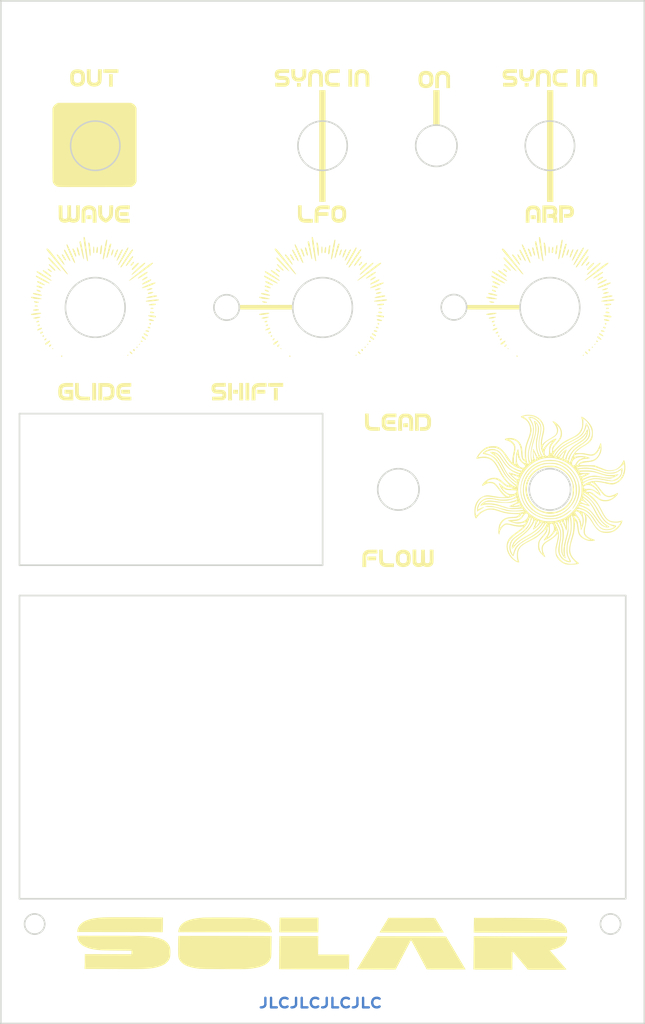
<source format=kicad_pcb>
(kicad_pcb (version 20211014) (generator pcbnew)
  (layers (0 "F.Cu" signal) (31 "B.Cu" signal) (34 "B.Paste" user) (35 "F.Paste" user) (36 "B.SilkS" user "B.Silkscreen") (37 "F.SilkS" user "F.Silkscreen") (38 "B.Mask" user) (39 "F.Mask" user) (44 "Edge.Cuts" user))
  (net 0 "")
  (footprint "Front Panel Design:Nebluophone 1" (layer "F.Cu") (at 152.93 89.96)
    (fp_text reference "G***" hide)
    (fp_text value "LOGO" hide)
  )
  (gr_line (start 111.805 24.799343) (end 192.705 24.799343) (layer "Edge.Cuts") (width 0.2))
  (gr_circle (center 123.68 63.33) (end 127.43 63.33) (layer "Edge.Cuts") (width 0.2) (fill none))
  (gr_line (start 114.155 76.665) (end 152.255 76.665) (layer "Edge.Cuts") (width 0.2))
  (gr_line (start 192.705 153.299343) (end 111.805 153.299343) (layer "Edge.Cuts") (width 0.2))
  (gr_circle (center 168.765 63.3046) (end 170.365 63.3046) (layer "Edge.Cuts") (width 0.2) (fill none))
  (gr_line (start 111.805 153.299343) (end 111.805 24.799343) (layer "Edge.Cuts") (width 0.2))
  (gr_circle (center 161.78 86.19) (end 164.38 86.19) (layer "Edge.Cuts") (width 0.2) (fill none))
  (gr_circle (center 180.83 43.01) (end 183.93 43.01) (layer "Edge.Cuts") (width 0.2) (fill none))
  (gr_line (start 152.255 76.665) (end 152.255 95.715) (layer "Edge.Cuts") (width 0.2))
  (gr_circle (center 180.83 86.19) (end 183.43 86.19) (layer "Edge.Cuts") (width 0.2) (fill none))
  (gr_circle (center 123.68 43.01) (end 126.78 43.01) (layer "Edge.Cuts") (width 0.2) (fill none))
  (gr_circle (center 188.45 140.8) (end 189.72 140.8) (layer "Edge.Cuts") (width 0.2) (fill none))
  (gr_line (start 192.705 24.799343) (end 192.705 153.299343) (layer "Edge.Cuts") (width 0.2))
  (gr_line (start 114.155 95.715) (end 114.155 76.665) (layer "Edge.Cuts") (width 0.2))
  (gr_line (start 114.155 99.525) (end 190.355 99.525) (layer "Edge.Cuts") (width 0.2))
  (gr_line (start 152.255 95.715) (end 114.155 95.715) (layer "Edge.Cuts") (width 0.2))
  (gr_line (start 190.355 137.625) (end 114.155 137.625) (layer "Edge.Cuts") (width 0.2))
  (gr_circle (center 116.06 140.8) (end 117.33 140.8) (layer "Edge.Cuts") (width 0.2) (fill none))
  (gr_circle (center 152.255 43.01) (end 155.355 43.01) (layer "Edge.Cuts") (width 0.2) (fill none))
  (gr_circle (center 152.255 63.33) (end 156.005 63.33) (layer "Edge.Cuts") (width 0.2) (fill none))
  (gr_circle (center 166.5552 43.01) (end 169.1552 43.01) (layer "Edge.Cuts") (width 0.2) (fill none))
  (gr_line (start 190.355 99.525) (end 190.355 137.625) (layer "Edge.Cuts") (width 0.2))
  (gr_line (start 114.155 137.625) (end 114.155 99.525) (layer "Edge.Cuts") (width 0.2))
  (gr_circle (center 180.83 63.33) (end 184.58 63.33) (layer "Edge.Cuts") (width 0.2) (fill none))
  (gr_circle (center 140.19 63.33) (end 141.79 63.33) (layer "Edge.Cuts") (width 0.2) (fill none))
  (gr_text "JLCJLCJLCJLC" (at 151.99 150.73) (layer "B.Cu") (effects (font (size 1.2 1.5) (thickness 0.3))))
)
</source>
